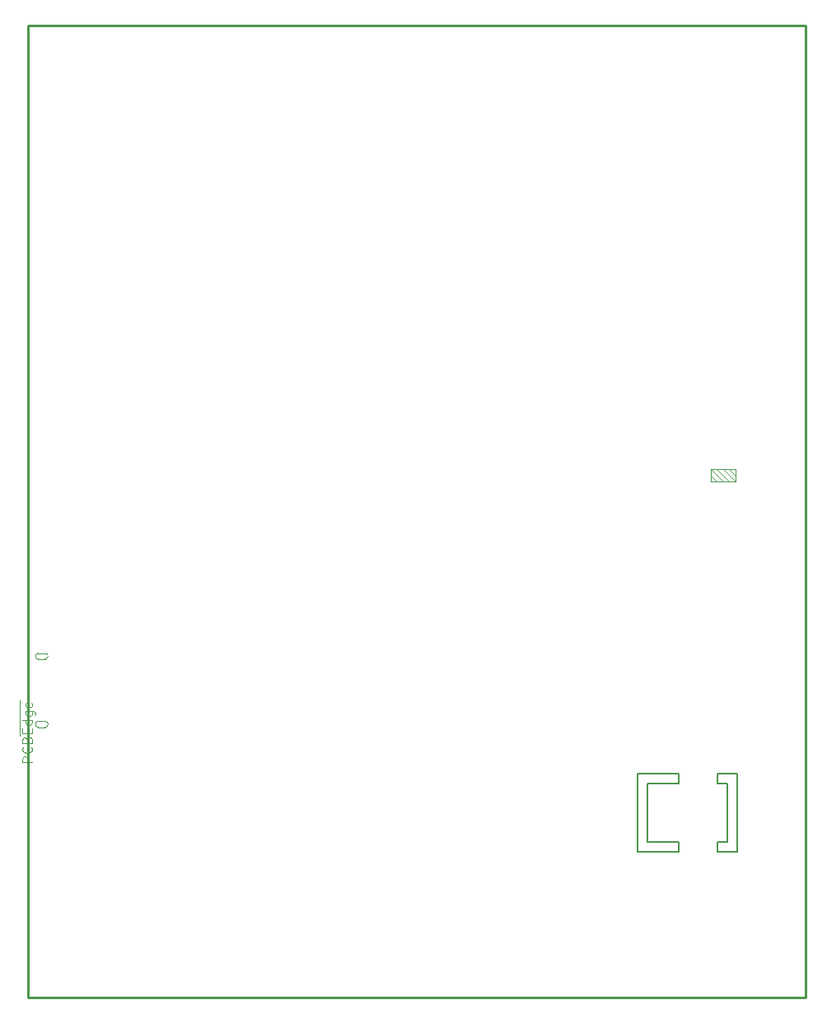
<source format=gbr>
G04 #@! TF.GenerationSoftware,KiCad,Pcbnew,5.1.5+dfsg1-2build2*
G04 #@! TF.CreationDate,2021-09-29T14:40:33+01:00*
G04 #@! TF.ProjectId,OSM_env01,4f534d5f-656e-4763-9031-2e6b69636164,B*
G04 #@! TF.SameCoordinates,Original*
G04 #@! TF.FileFunction,OtherDrawing,Comment*
%FSLAX46Y46*%
G04 Gerber Fmt 4.6, Leading zero omitted, Abs format (unit mm)*
G04 Created by KiCad (PCBNEW 5.1.5+dfsg1-2build2) date 2021-09-29 14:40:33*
%MOMM*%
%LPD*%
G04 APERTURE LIST*
%ADD10C,0.150000*%
%ADD11C,0.254000*%
%ADD12C,0.100000*%
%ADD13C,0.050000*%
G04 APERTURE END LIST*
D10*
X155600000Y-113200000D02*
X155600000Y-105200000D01*
X153600000Y-105200000D02*
X155600000Y-105200000D01*
X153600000Y-113200000D02*
X153600000Y-112200000D01*
X153600000Y-113200000D02*
X155600000Y-113200000D01*
X145400000Y-113200000D02*
X145400000Y-105200000D01*
X153600000Y-106200000D02*
X153600000Y-105200000D01*
X149600000Y-106200000D02*
X149600000Y-105200000D01*
X149600000Y-113200000D02*
X145400000Y-113200000D01*
X149600000Y-112200000D02*
X149600000Y-113200000D01*
X147400000Y-112200000D02*
X149600000Y-112200000D01*
X147400000Y-106200000D02*
X149600000Y-106200000D01*
X146400000Y-106200000D02*
X147400000Y-106200000D01*
X146400000Y-112200000D02*
X146400000Y-106200000D01*
X147400000Y-112200000D02*
X146400000Y-112200000D01*
X149600000Y-105200000D02*
X145400000Y-105200000D01*
X153600000Y-112200000D02*
X154600000Y-112200000D01*
X153600000Y-106200000D02*
X154600000Y-106200000D01*
X154600000Y-112200000D02*
X154600000Y-106200000D01*
D11*
X162700000Y-128200000D02*
X162700000Y-28200000D01*
X82700000Y-128200000D02*
X82700000Y-28200000D01*
X82700000Y-28200000D02*
X162700000Y-28200000D01*
X82700000Y-128200000D02*
X162700000Y-128200000D01*
D12*
X84500000Y-92800000D02*
G75*
G02X84500000Y-93400000I0J-300000D01*
G01*
X83800000Y-92800000D02*
X84500000Y-92800000D01*
X84500000Y-93400000D02*
X83800000Y-93400000D01*
X83800000Y-93400000D02*
G75*
G02X83800000Y-92800000I0J300000D01*
G01*
X84500000Y-99800000D02*
G75*
G02X84500000Y-100400000I0J-300000D01*
G01*
X83800000Y-99800000D02*
X84500000Y-99800000D01*
X84500000Y-100400000D02*
X83800000Y-100400000D01*
X83800000Y-100400000D02*
G75*
G02X83800000Y-99800000I0J300000D01*
G01*
X153565000Y-75135000D02*
X152930000Y-74500000D01*
X154200000Y-75135000D02*
X152930000Y-73865000D01*
X154835000Y-75135000D02*
X153565000Y-73865000D01*
X155470000Y-74500000D02*
X154835000Y-73865000D01*
X155470000Y-75135000D02*
X154200000Y-73865000D01*
X155470000Y-73865000D02*
X152930000Y-73865000D01*
X152930000Y-73865000D02*
X152930000Y-75135000D01*
X152930000Y-75135000D02*
X155470000Y-75135000D01*
X155470000Y-75135000D02*
X155470000Y-73865000D01*
D13*
X83149820Y-104005299D02*
X82149820Y-104005299D01*
X82149820Y-103624346D01*
X82197440Y-103529108D01*
X82245059Y-103481489D01*
X82340297Y-103433870D01*
X82483154Y-103433870D01*
X82578392Y-103481489D01*
X82626011Y-103529108D01*
X82673630Y-103624346D01*
X82673630Y-104005299D01*
X83054582Y-102433870D02*
X83102201Y-102481489D01*
X83149820Y-102624346D01*
X83149820Y-102719584D01*
X83102201Y-102862441D01*
X83006963Y-102957680D01*
X82911725Y-103005299D01*
X82721249Y-103052918D01*
X82578392Y-103052918D01*
X82387916Y-103005299D01*
X82292678Y-102957680D01*
X82197440Y-102862441D01*
X82149820Y-102719584D01*
X82149820Y-102624346D01*
X82197440Y-102481489D01*
X82245059Y-102433870D01*
X82626011Y-101671965D02*
X82673630Y-101529108D01*
X82721249Y-101481489D01*
X82816487Y-101433870D01*
X82959344Y-101433870D01*
X83054582Y-101481489D01*
X83102201Y-101529108D01*
X83149820Y-101624346D01*
X83149820Y-102005299D01*
X82149820Y-102005299D01*
X82149820Y-101671965D01*
X82197440Y-101576727D01*
X82245059Y-101529108D01*
X82340297Y-101481489D01*
X82435535Y-101481489D01*
X82530773Y-101529108D01*
X82578392Y-101576727D01*
X82626011Y-101671965D01*
X82626011Y-102005299D01*
X81912440Y-101243394D02*
X81912440Y-100338632D01*
X82626011Y-101005299D02*
X82626011Y-100671965D01*
X83149820Y-100529108D02*
X83149820Y-101005299D01*
X82149820Y-101005299D01*
X82149820Y-100529108D01*
X81912440Y-100338632D02*
X81912440Y-99433870D01*
X83149820Y-99671965D02*
X82149820Y-99671965D01*
X83102201Y-99671965D02*
X83149820Y-99767203D01*
X83149820Y-99957680D01*
X83102201Y-100052918D01*
X83054582Y-100100537D01*
X82959344Y-100148156D01*
X82673630Y-100148156D01*
X82578392Y-100100537D01*
X82530773Y-100052918D01*
X82483154Y-99957680D01*
X82483154Y-99767203D01*
X82530773Y-99671965D01*
X81912440Y-99433870D02*
X81912440Y-98529108D01*
X82483154Y-98767203D02*
X83292678Y-98767203D01*
X83387916Y-98814822D01*
X83435535Y-98862441D01*
X83483154Y-98957680D01*
X83483154Y-99100537D01*
X83435535Y-99195775D01*
X83102201Y-98767203D02*
X83149820Y-98862441D01*
X83149820Y-99052918D01*
X83102201Y-99148156D01*
X83054582Y-99195775D01*
X82959344Y-99243394D01*
X82673630Y-99243394D01*
X82578392Y-99195775D01*
X82530773Y-99148156D01*
X82483154Y-99052918D01*
X82483154Y-98862441D01*
X82530773Y-98767203D01*
X81912440Y-98529108D02*
X81912440Y-97671965D01*
X83102201Y-97910060D02*
X83149820Y-98005299D01*
X83149820Y-98195775D01*
X83102201Y-98291013D01*
X83006963Y-98338632D01*
X82626011Y-98338632D01*
X82530773Y-98291013D01*
X82483154Y-98195775D01*
X82483154Y-98005299D01*
X82530773Y-97910060D01*
X82626011Y-97862441D01*
X82721249Y-97862441D01*
X82816487Y-98338632D01*
M02*

</source>
